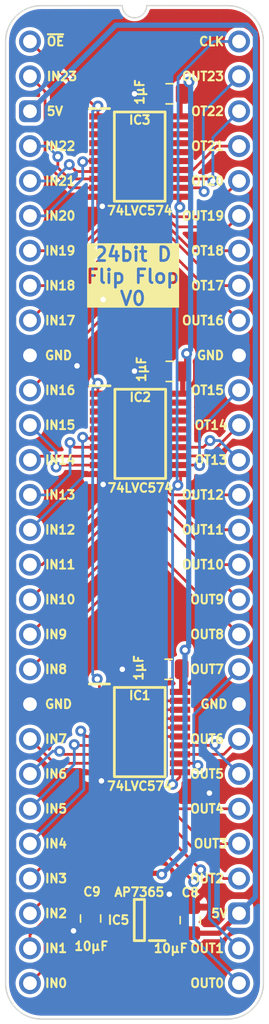
<source format=kicad_pcb>
(kicad_pcb (version 20221018) (generator pcbnew)
  (title_block (title "D Flip Flop") (date "2024-02-26") (rev "V0"))
  (layers (0 "F.Cu" signal) (31 "B.Cu" signal) (34 "B.Paste" user) (35 "F.Paste" user) (36 "B.SilkS" user "B.Silkscreen") (37 "F.SilkS" user "F.Silkscreen") (38 "B.Mask" user) (39 "F.Mask" user) (44 "Edge.Cuts" user))
  (net 0 "")
  (net 1 "/5V")
  (net 2 "/GND")
  (net 3 "/3.3V")
  (net 5 "/~{OE}")
  (net 6 "/C0")
  (net 7 "/C1")
  (net 8 "/C2")
  (net 9 "/C3")
  (net 10 "/C4")
  (net 11 "/C5")
  (net 12 "/C6")
  (net 13 "/C7")
  (net 14 "/CLK")
  (net 15 "/VA7")
  (net 16 "/VA6")
  (net 17 "/VA5")
  (net 18 "/VA4")
  (net 19 "/VA3")
  (net 20 "/VA2")
  (net 21 "/VA1")
  (net 22 "/VA0")
  (net 23 "/C8")
  (net 24 "/C9")
  (net 25 "/C10")
  (net 26 "/C11")
  (net 27 "/C12")
  (net 28 "/C13")
  (net 29 "/C14")
  (net 30 "/C15")
  (net 31 "/VA15")
  (net 32 "/VA14")
  (net 33 "/VA13")
  (net 34 "/VA12")
  (net 35 "/VA11")
  (net 36 "/VA10")
  (net 37 "/VA9")
  (net 38 "/VA8")
  (net 39 "/C16")
  (net 40 "/C17")
  (net 41 "/C18")
  (net 42 "/C19")
  (net 43 "/C20")
  (net 44 "/VA20")
  (net 45 "/VA19")
  (net 46 "/VA18")
  (net 47 "/VA17")
  (net 48 "/VA16")
  (net 49 "/C23")
  (net 50 "/C22")
  (net 51 "/C21")
  (net 52 "/VA21")
  (net 53 "/VA22")
  (net 54 "/VA23")
  (footprint "SamacSys_Parts:SOP65P640X110-20N" (layer "F.Cu") (at 96.901 108.712)
    (fp_text reference "IC1")
    (fp_text value "74LVC574APW,118" hide)
  )
  (footprint "SamacSys_Parts:C_0805" (layer "F.Cu") (at 99.096 62.23 90)
    (fp_text reference "C3" hide)
    (fp_text value "1μF")
  )
  (footprint "SamacSys_Parts:C_0805" (layer "F.Cu") (at 99.1048 82.4444 90)
    (fp_text reference "C2" hide)
    (fp_text value "1μF")
  )
  (footprint "SamacSys_Parts:SOP65P640X110-20N" (layer "F.Cu") (at 96.94 86.995)
    (fp_text reference "IC2")
    (fp_text value "74LVC574APW,118" hide)
  )
  (footprint "SamacSys_Parts:C_0805" (layer "F.Cu") (at 99.021 104.14 90)
    (fp_text reference "C1" hide)
    (fp_text value "1μF")
  )
  (footprint "SamacSys_Parts:C_0805" (layer "F.Cu") (at 93.3196 122.2756 180)
    (fp_text reference "C9")
    (fp_text value "10µF")
  )
  (footprint "SamacSys_Parts:C_0805" (layer "F.Cu") (at 100.584 122.428)
    (fp_text reference "C8")
    (fp_text value "10µF")
  )
  (footprint "SamacSys_Parts:SOP65P640X110-20N" (layer "F.Cu") (at 96.901 66.802)
    (fp_text reference "IC3")
    (fp_text value "74LVC574APW,118" hide)
  )
  (footprint "SamacSys_Parts:DIP-56_Board_W15.24mm" (layer "F.Cu") (at 88.9 58.42)
    (fp_text reference "J2" hide)
    (fp_text value "Conn_02x28_Counter_Clockwise" hide)
    (fp_line (start -1.778 68.58) (end -1.778 0) (stroke (width 0.1)) (layer "Edge.Cuts"))
    (fp_line (start 6.731 -2.6162) (end 0.835732 -2.613732) (stroke (width 0.1)) (layer "Edge.Cuts"))
    (fp_line (start 14.404267 -2.613733) (end 8.509 -2.6162) (stroke (width 0.1)) (layer "Edge.Cuts"))
    (fp_line (start 14.404268 71.193732) (end 0.835733 71.193733) (stroke (width 0.1)) (layer "Edge.Cuts"))
    (fp_line (start 17.018 68.58) (end 17.017999 -0.000001) (stroke (width 0.1)) (layer "Edge.Cuts"))
    (fp_arc (start -1.778 0) (mid -1.012456 -1.848188) (end 0.835732 -2.613732) (stroke (width 0.1)) (layer "Edge.Cuts"))
    (fp_arc (start 0.835733 71.193733) (mid -1.012457 70.42819) (end -1.778 68.58) (stroke (width 0.1)) (layer "Edge.Cuts"))
    (fp_arc (start 8.509 -2.6162) (mid 7.62 -1.7272) (end 6.731 -2.6162) (stroke (width 0.1)) (layer "Edge.Cuts"))
    (fp_arc (start 14.404267 -2.613733) (mid 16.252448 -1.848183) (end 17.017999 -0.000001) (stroke (width 0.1)) (layer "Edge.Cuts"))
    (fp_arc (start 17.018 68.58) (mid 16.252456 70.428187) (end 14.404268 71.193732) (stroke (width 0.1)) (layer "Edge.Cuts"))
  )
  (footprint "SamacSys_Parts:SOT95P285X130-5N" (layer "F.Cu") (at 96.8756 122.4026 180)
    (fp_text reference "IC5")
    (fp_text value "AP7365-33WG-7" hide)
  )
  (gr_text "GND" (at 89.916 106.68) (layer "F.SilkS") (effects (font (size 0.635 0.635)) (justify left)))
  (gr_text "IN15" (at 89.916 86.36) (layer "F.SilkS") (effects (font (size 0.635 0.635)) (justify left)))
  (gr_text "GND" (at 103.124 81.28) (layer "F.SilkS") (effects (font (size 0.635 0.635)) (justify right)))
  (gr_text "OT22" (at 103.124 63.5) (layer "F.SilkS") (effects (font (size 0.635 0.635)) (justify right)))
  (gr_text "OUT11" (at 103.124 93.98) (layer "F.SilkS") (effects (font (size 0.635 0.635)) (justify right)))
  (gr_text "5V" (at 90.043 63.5) (layer "F.SilkS") (effects (font (size 0.635 0.635)) (justify left)))
  (gr_text "OUT8" (at 103.124 101.6) (layer "F.SilkS") (effects (font (size 0.635 0.635)) (justify right)))
  (gr_text "IN18" (at 89.916 76.2) (layer "F.SilkS") (effects (font (size 0.635 0.635)) (justify left)))
  (gr_text "OT20" (at 103.124 68.58) (layer "F.SilkS") (effects (font (size 0.635 0.635)) (justify right)))
  (gr_text "OUT10" (at 103.124 96.52) (layer "F.SilkS") (effects (font (size 0.635 0.635)) (justify right)))
  (gr_text "OUT23" (at 103.124 60.96) (layer "F.SilkS") (effects (font (size 0.635 0.635)) (justify right)))
  (gr_text "OUT3" (at 103.378 116.84) (layer "F.SilkS") (effects (font (size 0.635 0.635)) (justify right)))
  (gr_text "IN4" (at 89.916 116.84) (layer "F.SilkS") (effects (font (size 0.635 0.635)) (justify left)))
  (gr_text "OUT5" (at 103.124 111.76) (layer "F.SilkS") (effects (font (size 0.635 0.635)) (justify right)))
  (gr_text "OUT9" (at 103.124 99.06) (layer "F.SilkS") (effects (font (size 0.635 0.635)) (justify right)))
  (gr_text "IN6" (at 89.916 111.76) (layer "F.SilkS") (effects (font (size 0.635 0.635)) (justify left)))
  (gr_text "IN13" (at 89.916 91.44) (layer "F.SilkS") (effects (font (size 0.635 0.635)) (justify left)))
  (gr_text "OT14" (at 103.378 86.36) (layer "F.SilkS") (effects (font (size 0.635 0.635)) (justify right)))
  (gr_text "IN10" (at 89.916 99.06) (layer "F.SilkS") (effects (font (size 0.635 0.635)) (justify left)))
  (gr_text "CLK" (at 103.124 58.42) (layer "F.SilkS") (effects (font (size 0.635 0.635)) (justify right)))
  (gr_text "OT21" (at 103.124 66.04) (layer "F.SilkS") (effects (font (size 0.635 0.635)) (justify right)))
  (gr_text "IN23" (at 90.043 60.96) (layer "F.SilkS") (effects (font (size 0.635 0.635)) (justify left)))
  (gr_text "IN11" (at 89.916 96.52) (layer "F.SilkS") (effects (font (size 0.635 0.635)) (justify left)))
  (gr_text "OT17" (at 103.124 76.2) (layer "F.SilkS") (effects (font (size 0.635 0.635)) (justify right)))
  (gr_text "OUT4" (at 103.124 114.3) (layer "F.SilkS") (effects (font (size 0.635 0.635)) (justify right)))
  (gr_text "OUT16" (at 103.124 78.74) (layer "F.SilkS") (effects (font (size 0.635 0.635)) (justify right)))
  (gr_text "OUT2" (at 103.124 119.38) (layer "F.SilkS") (effects (font (size 0.635 0.635)) (justify right)))
  (gr_text "IN5" (at 89.916 114.3) (layer "F.SilkS") (effects (font (size 0.635 0.635)) (justify left)))
  (gr_text "OT15" (at 103.124 83.82) (layer "F.SilkS") (effects (font (size 0.635 0.635)) (justify right)))
  (gr_text "IN19" (at 89.916 73.66) (layer "F.SilkS") (effects (font (size 0.635 0.635)) (justify left)))
  (gr_text "OUT1" (at 103.124 124.46) (layer "F.SilkS") (effects (font (size 0.635 0.635)) (justify right)))
  (gr_text "IN7" (at 89.916 109.22) (layer "F.SilkS") (effects (font (size 0.635 0.635)) (justify left)))
  (gr_text "IN1" (at 89.916 124.46) (layer "F.SilkS") (effects (font (size 0.635 0.635)) (justify left)))
  (gr_text "IN8" (at 89.916 104.14) (layer "F.SilkS") (effects (font (size 0.635 0.635)) (justify left)))
  (gr_text "IN17" (at 89.916 78.74) (layer "F.SilkS") (effects (font (size 0.635 0.635)) (justify left)))
  (gr_text "OT13" (at 103.378 88.9) (layer "F.SilkS") (effects (font (size 0.635 0.635)) (justify right)))
  (gr_text "OUT12" (at 103.124 91.44) (layer "F.SilkS") (effects (font (size 0.635 0.635)) (justify right)))
  (gr_text "5V" (at 103.378 121.92) (layer "F.SilkS") (effects (font (size 0.635 0.635)) (justify right)))
  (gr_text "IN14" (at 89.916 88.9) (layer "F.SilkS") (effects (font (size 0.635 0.635)) (justify left)))
  (gr_text "OT18" (at 103.124 73.66) (layer "F.SilkS") (effects (font (size 0.635 0.635)) (justify right)))
  (gr_text "IN20" (at 89.916 71.12) (layer "F.SilkS") (effects (font (size 0.635 0.635)) (justify left)))
  (gr_text "IN21" (at 89.916 68.58) (layer "F.SilkS") (effects (font (size 0.635 0.635)) (justify left)))
  (gr_text "OUT19" (at 103.124 71.12) (layer "F.SilkS") (effects (font (size 0.635 0.635)) (justify right)))
  (gr_text "GND" (at 89.916 81.28) (layer "F.SilkS") (effects (font (size 0.635 0.635)) (justify left)))
  (gr_text "IN12" (at 89.916 93.98) (layer "F.SilkS") (effects (font (size 0.635 0.635)) (justify left)))
  (gr_text "IN0" (at 89.916 127) (layer "F.SilkS") (effects (font (size 0.635 0.635)) (justify left)))
  (gr_text "IN2" (at 89.916 121.92) (layer "F.SilkS") (effects (font (size 0.635 0.635)) (justify left)))
  (gr_text "24bit D\nFlip Flop\nV0" (at 96.393 77.724) (layer "F.SilkS" knockout) (effects (font (size 1 1) (thickness 0.2) bold) (justify bottom)))
  (gr_text "IN3" (at 89.916 119.38) (layer "F.SilkS") (effects (font (size 0.635 0.635)) (justify left)))
  (gr_text "IN16" (at 89.916 83.82) (layer "F.SilkS") (effects (font (size 0.635 0.635)) (justify left)))
  (gr_text "IN9" (at 89.916 101.6) (layer "F.SilkS") (effects (font (size 0.635 0.635)) (justify left)))
  (gr_text "~{OE}" (at 90.043 58.42) (layer "F.SilkS") (effects (font (size 0.635 0.635)) (justify left)))
  (gr_text "OUT7" (at 103.124 104.14) (layer "F.SilkS") (effects (font (size 0.635 0.635)) (justify right)))
  (gr_text "IN22" (at 89.916 66.04) (layer "F.SilkS") (effects (font (size 0.635 0.635)) (justify left)))
  (gr_text "GND" (at 103.378 106.68) (layer "F.SilkS") (effects (font (size 0.635 0.635)) (justify right)))
  (gr_text "OUT6" (at 103.124 109.22) (layer "F.SilkS") (effects (font (size 0.635 0.635)) (justify right)))
  (gr_text "OUT0" (at 103.124 127) (layer "F.SilkS") (effects (font (size 0.635 0.635)) (justify right)))
  (segment (start 99.1406 121.4626) (end 99.1406 122.555) (width 0.38) (layer "F.Cu") (net 1))
  (segment (start 99.1306 123.3526) (end 98.1756 123.3526) (width 0.38) (layer "F.Cu") (net 1))
  (segment (start 99.1406 123.3426) (end 99.1306 123.3526) (width 0.38) (layer "F.Cu") (net 1))
  (segment (start 100.584 123.362) (end 102.698 123.362) (width 0.38) (layer "F.Cu") (net 1))
  (segment (start 99.1406 122.555) (end 99.777 122.555) (width 0.38) (layer "F.Cu") (net 1))
  (segment (start 98.1756 121.4526) (end 99.1306 121.4526) (width 0.38) (layer "F.Cu") (net 1))
  (segment (start 99.1306 121.4526) (end 99.1406 121.4626) (width 0.38) (layer "F.Cu") (net 1))
  (segment (start 102.698 123.362) (end 104.14 121.92) (width 0.38) (layer "F.Cu") (net 1))
  (segment (start 99.777 122.555) (end 100.584 123.362) (width 0.38) (layer "F.Cu") (net 1))
  (segment (start 99.1406 122.555) (end 99.1406 123.3426) (width 0.38) (layer "F.Cu") (net 1))
  (segment (start 104.728 57.23) (end 95.17 57.23) (width 0.38) (layer "B.Cu") (net 1))
  (segment (start 105.33 57.832) (end 104.728 57.23) (width 0.38) (layer "B.Cu") (net 1))
  (segment (start 105.33 120.73) (end 105.33 57.832) (width 0.38) (layer "B.Cu") (net 1))
  (segment (start 104.14 121.92) (end 105.33 120.73) (width 0.38) (layer "B.Cu") (net 1))
  (segment (start 95.17 57.23) (end 88.9 63.5) (width 0.38) (layer "B.Cu") (net 1))
  (segment (start 97.236 122.4026) (end 97.2106 122.428) (width 0.38) (layer "F.Cu") (net 2))
  (segment (start 98.055 104.14) (end 95.631 104.14) (width 0.38) (layer "F.Cu") (net 2))
  (segment (start 99.8846 120.7626) (end 99.2996 120.7626) (width 0.38) (layer "F.Cu") (net 2))
  (segment (start 98.1388 81.1852) (end 98.1388 82.4444) (width 0.38) (layer "F.Cu") (net 2))
  (segment (start 94.157 124.079) (end 93.3196 123.2416) (width 0.38) (layer "F.Cu") (net 2))
  (segment (start 92.329 82.042) (end 96.139 82.042) (width 0.38) (layer "F.Cu") (net 2))
  (segment (start 90.17 81.28) (end 94.234 77.216) (width 0.38) (layer "F.Cu") (net 2))
  (segment (start 91.821 103.759) (end 95.25 103.759) (width 0.38) (layer "F.Cu") (net 2))
  (segment (start 99.06 80.264) (end 98.1388 81.1852) (width 0.38) (layer "F.Cu") (net 2))
  (segment (start 105.33 107.87) (end 104.14 106.68) (width 0.38) (layer "F.Cu") (net 2))
  (segment (start 93.963 111.637) (end 93.963 112.123998) (width 0.38) (layer "F.Cu") (net 2))
  (segment (start 98.13 61.509) (end 99.314 60.325) (width 0.38) (layer "F.Cu") (net 2))
  (segment (start 104.632915 112.95) (end 105.33 113.647085) (width 0.38) (layer "F.Cu") (net 2))
  (segment (start 102.489 102.489) (end 101.854 101.854) (width 0.38) (layer "F.Cu") (net 2))
  (segment (start 98.1388 82.4444) (end 96.5414 82.4444) (width 0.38) (layer "F.Cu") (net 2))
  (segment (start 98.8204 120.7626) (end 97.2106 120.7626) (width 0.38) (layer "F.Cu") (net 2))
  (segment (start 104.632915 62.31) (end 105.33 63.007085) (width 0.38) (layer "F.Cu") (net 2))
  (segment (start 94.002 89.92) (end 94.002 90.446) (width 0.38) (layer "F.Cu") (net 2))
  (segment (start 102.188 112.95) (end 104.632915 112.95) (width 0.38) (layer "F.Cu") (net 2))
  (segment (start 93.963 69.727) (end 93.963 70.214) (width 0.38) (layer "F.Cu") (net 2))
  (segment (start 105.33 119.872915) (end 105.33 114.427) (width 0.38) (layer "F.Cu") (net 2))
  (segment (start 97.2106 120.7626) (end 97.2106 122.428) (width 0.38) (layer "F.Cu") (net 2))
  (segment (start 101.854 101.854) (end 99.187 101.854) (width 0.38) (layer "F.Cu") (net 2))
  (segment (start 93.963 112.123998) (end 94.107002 112.268) (width 0.38) (layer "F.Cu") (net 2))
  (segment (start 102.489 105.029) (end 102.489 102.489) (width 0.38) (layer "F.Cu") (net 2))
  (segment (start 97.2106 122.428) (end 97.2106 123.3726) (width 0.38) (layer "F.Cu") (net 2))
  (segment (start 104.632915 120.57) (end 105.33 119.872915) (width 0.38) (layer "F.Cu") (net 2))
  (segment (start 100.584 121.462) (end 99.8846 120.7626) (width 0.38) (layer "F.Cu") (net 2))
  (segment (start 105.33 112.252915) (end 105.33 107.87) (width 0.38) (layer "F.Cu") (net 2))
  (segment (start 93.3196 123.2416) (end 92.1266 123.2416) (width 0.38) (layer "F.Cu") (net 2))
  (segment (start 104.14 81.28) (end 103.124 80.264) (width 0.38) (layer "F.Cu") (net 2))
  (segment (start 103.124 80.264) (end 99.06 80.264) (width 0.38) (layer "F.Cu") (net 2))
  (segment (start 98.055 102.986) (end 98.055 104.14) (width 0.38) (layer "F.Cu") (net 2))
  (segment (start 101.662085 60.325) (end 103.647085 62.31) (width 0.38) (layer "F.Cu") (net 2))
  (segment (start 96.5042 124.079) (end 94.157 124.079) (width 0.38) (layer "F.Cu") (net 2))
  (segment (start 105.33 63.007085) (end 105.33 80.09) (width 0.38) (layer "F.Cu") (net 2))
  (segment (start 88.9 81.28) (end 90.17 81.28) (width 0.38) (layer "F.Cu") (net 2))
  (segment (start 105.33 80.09) (end 104.14 81.28) (width 0.38) (layer "F.Cu") (net 2))
  (segment (start 101.981 113.157) (end 102.188 112.95) (width 0.38) (layer "F.Cu") (net 2))
  (segment (start 104.14 106.68) (end 102.489 105.029) (width 0.38) (layer "F.Cu") (net 2))
  (segment (start 100.584 121.462) (end 101.476 120.57) (width 0.38) (layer "F.Cu") (net 2))
  (segment (start 98.1756 122.4026) (end 97.236 122.4026) (width 0.38) (layer "F.Cu") (net 2))
  (segment (start 93.963 70.214) (end 94.1705 70.4215) (width 0.38) (layer "F.Cu") (net 2))
  (segment (start 99.187 101.854) (end 98.055 102.986) (width 0.38) (layer "F.Cu") (net 2))
  (segment (start 103.647085 62.31) (end 104.632915 62.31) (width 0.38) (layer "F.Cu") (net 2))
  (segment (start 97.2106 123.3726) (end 96.5042 124.079) (width 0.38) (layer "F.Cu") (net 2))
  (segment (start 99.2996 120.7626) (end 99.06 120.523) (width 0.38) (layer "F.Cu") (net 2))
  (segment (start 88.9 106.68) (end 91.821 103.759) (width 0.38) (layer "F.Cu") (net 2))
  (segment (start 96.5414 82.4444) (end 96.52 82.423) (width 0.38) (layer "F.Cu") (net 2))
  (segment (start 96.139 82.042) (end 96.52 82.423) (width 0.38) (layer "F.Cu") (net 2))
  (segment (start 92.1266 123.2416) (end 92.075 123.19) (width 0.38) (layer "F.Cu") (net 2))
  (segment (start 99.314 60.325) (end 101.662085 60.325) (width 0.38) (layer "F.Cu") (net 2))
  (segment (start 98.13 62.23) (end 98.13 61.509) (width 0.38) (layer "F.Cu") (net 2))
  (segment (start 99.06 120.523) (end 98.8204 120.7626) (width 0.38) (layer "F.Cu") (net 2))
  (segment (start 104.632915 112.95) (end 105.33 112.252915) (width 0.38) (layer "F.Cu") (net 2))
  (segment (start 98.13 62.23) (end 96.52 62.23) (width 0.38) (layer "F.Cu") (net 2))
  (segment (start 95.25 103.759) (end 95.631 104.14) (width 0.38) (layer "F.Cu") (net 2))
  (segment (start 101.476 120.57) (end 104.632915 120.57) (width 0.38) (layer "F.Cu") (net 2))
  (segment (start 94.002 90.446) (end 94.234 90.678) (width 0.38) (layer "F.Cu") (net 2))
  (segment (start 105.33 113.647085) (end 105.33 114.427) (width 0.38) (layer "F.Cu") (net 2))
  (via (at 96.52 82.423) (size 0.8) (drill 0.4) (layers "F.Cu" "B.Cu") (net 2))
  (via (at 99.06 120.523) (size 0.8) (drill 0.4) (layers "F.Cu" "B.Cu") (net 2))
  (via (at 95.631 104.14) (size 0.8) (drill 0.4) (layers "F.Cu" "B.Cu") (net 2))
  (via (at 94.234 90.678) (size 0.8) (drill 0.4) (layers "F.Cu" "B.Cu") (net 2))
  (via (at 94.1705 70.4215) (size 0.8) (drill 0.4) (layers "F.Cu" "B.Cu") (net 2))
  (via (at 96.52 62.23) (size 0.8) (drill 0.4) (layers "F.Cu" "B.Cu") (net 2))
  (via (at 94.234 77.216) (size 0.8) (drill 0.4) (layers "F.Cu" "B.Cu") (net 2))
  (via (at 92.329 82.042) (size 0.8) (drill 0.4) (layers "F.Cu" "B.Cu") (net 2))
  (via (at 92.075 123.19) (size 0.8) (drill 0.4) (layers "F.Cu" "B.Cu") (net 2))
  (via (at 101.981 113.157) (size 0.8) (drill 0.4) (layers "F.Cu" "B.Cu") (net 2))
  (via (at 94.107002 112.268) (size 0.8) (drill 0.4) (layers "F.Cu" "B.Cu") (net 2))
  (segment (start 94.107002 112.268) (end 94.107002 105.663998) (width 0.38) (layer "B.Cu") (net 2))
  (segment (start 88.407085 120.57) (end 87.71 119.872915) (width 0.38) (layer "B.Cu") (net 2))
  (segment (start 87.71 105.49) (end 88.9 106.68) (width 0.38) (layer "B.Cu") (net 2))
  (segment (start 94.234 84.709) (end 96.52 82.423) (width 0.38) (layer "B.Cu") (net 2))
  (segment (start 93.091 61.976) (end 90.217 64.85) (width 0.38) (layer "B.Cu") (net 2))
  (segment (start 87.71 82.47) (end 87.71 105.49) (width 0.38) (layer "B.Cu") (net 2))
  (segment (start 94.234 90.678) (end 94.234 84.709) (width 0.38) (layer "B.Cu") (net 2))
  (segment (start 101.929749 113.105749) (end 101.981 113.157) (width 0.38) (layer "B.Cu") (net 2))
  (segment (start 88.9 81.28) (end 87.71 82.47) (width 0.38) (layer "B.Cu") (net 2))
  (segment (start 90.217 64.85) (end 88.371 64.85) (width 0.38) (layer "B.Cu") (net 2))
  (segment (start 87.71 80.09) (end 88.9 81.28) (width 0.38) (layer "B.Cu") (net 2))
  (segment (start 101.981 113.157) (end 101.929749 113.208251) (width 0.38) (layer "B.Cu") (net 2))
  (segment (start 89.455 120.57) (end 88.407085 120.57) (width 0.38) (layer "B.Cu") (net 2))
  (segment (start 88.371 64.85) (end 87.71 65.511) (width 0.38) (layer "B.Cu") (net 2))
  (segment (start 87.71 119.872915) (end 87.71 107.87) (width 0.38) (layer "B.Cu") (net 2))
  (segment (start 99.06 119.8245) (end 99.06 120.523) (width 0.38) (layer "B.Cu") (net 2))
  (segment (start 96.266 61.976) (end 93.091 61.976) (width 0.38) (layer "B.Cu") (net 2))
  (segment (start 101.6 110.490001) (end 101.929749 110.81975) (width 0.38) (layer "B.Cu") (net 2))
  (segment (start 87.71 107.87) (end 88.9 106.68) (width 0.38) (layer "B.Cu") (net 2))
  (segment (start 91.567 81.28) (end 92.329 82.042) (width 0.38) (layer "B.Cu") (net 2))
  (segment (start 101.929749 113.208251) (end 101.929749 116.954751) (width 0.38) (layer "B.Cu") (net 2))
  (segment (start 93.091 106.68) (end 88.9 106.68) (width 0.38) (layer "B.Cu") (net 2))
  (segment (start 94.107002 105.663998) (end 93.091 106.68) (width 0.38) (layer "B.Cu") (net 2))
  (segment (start 94.1705 64.5795) (end 94.1705 70.4215) (width 0.38) (layer "B.Cu") (net 2))
  (segment (start 96.52 62.23) (end 94.1705 64.5795) (width 0.38) (layer "B.Cu") (net 2))
  (segment (start 92.075 123.19) (end 89.455 120.57) (width 0.38) (layer "B.Cu") (net 2))
  (segment (start 101.929749 110.81975) (end 101.929749 113.105749) (width 0.38) (layer "B.Cu") (net 2))
  (segment (start 96.52 62.23) (end 96.266 61.976) (width 0.38) (layer "B.Cu") (net 2))
  (segment (start 87.71 65.511) (end 87.71 80.09) (width 0.38) (layer "B.Cu") (net 2))
  (segment (start 94.1705 70.4215) (end 94.234 70.485) (width 0.38) (layer "B.Cu") (net 2))
  (segment (start 94.107002 105.663998) (end 95.631 104.14) (width 0.38) (layer "B.Cu") (net 2))
  (segment (start 94.234 70.485) (end 94.234 77.216) (width 0.38) (layer "B.Cu") (net 2))
  (segment (start 104.14 106.68) (end 101.6 109.22) (width 0.38) (layer "B.Cu") (net 2))
  (segment (start 101.6 109.22) (end 101.6 110.490001) (width 0.38) (layer "B.Cu") (net 2))
  (segment (start 88.9 81.28) (end 91.567 81.28) (width 0.38) (layer "B.Cu") (net 2))
  (segment (start 101.929749 116.954751) (end 99.06 119.8245) (width 0.38) (layer "B.Cu") (net 2))
  (segment (start 99.955 105.671) (end 99.839 105.787) (width 0.38) (layer "F.Cu") (net 3))
  (segment (start 99.839 63.877) (end 99.839 62.421) (width 0.38) (layer "F.Cu") (net 3))
  (segment (start 100.03 62.23) (end 100.491518 61.768482) (width 0.38) (layer "F.Cu") (net 3))
  (segment (start 95.758 118.999) (end 98.425 118.999) (width 0.38) (layer "F.Cu") (net 3))
  (segment (start 98.425 118.999) (end 98.501385 119.075385) (width 0.38) (layer "F.Cu") (net 3))
  (segment (start 93.5646 121.3416) (end 95.5756 123.3526) (width 0.38) (layer "F.Cu") (net 3))
  (segment (start 100.491518 61.768482) (end 100.491518 61.375518) (width 0.38) (layer "F.Cu") (net 3))
  (segment (start 100.203 102.743) (end 100.203 103.892) (width 0.38) (layer "F.Cu") (net 3))
  (segment (start 100.322006 82.161194) (end 100.322006 81.153) (width 0.38) (layer "F.Cu") (net 3))
  (segment (start 99.878 84.07) (end 100.0388 83.9092) (width 0.38) (layer "F.Cu") (net 3))
  (segment (start 93.4154 121.3416) (end 95.758 118.999) (width 0.38) (layer "F.Cu") (net 3))
  (segment (start 99.955 104.14) (end 99.955 105.671) (width 0.38) (layer "F.Cu") (net 3))
  (segment (start 100.0388 83.9092) (end 100.0388 82.4444) (width 0.38) (layer "F.Cu") (net 3))
  (via (at 100.203 102.743) (size 0.8) (drill 0.4) (layers "F.Cu" "B.Cu") (net 3))
  (via (at 100.322006 81.153) (size 0.8) (drill 0.4) (layers "F.Cu" "B.Cu") (net 3))
  (via (at 98.501385 119.075385) (size 0.8) (drill 0.4) (layers "F.Cu" "B.Cu") (net 3))
  (via (at 100.491518 61.375518) (size 0.8) (drill 0.4) (layers "F.Cu" "B.Cu") (net 3))
  (segment (start 100.612 80.863006) (end 100.322006 81.153) (width 0.38) (layer "B.Cu") (net 3))
  (segment (start 100.203 117.37377) (end 98.501385 119.075385) (width 0.38) (layer "B.Cu") (net 3))
  (segment (start 100.203 102.743) (end 100.47001 102.47599) (width 0.38) (layer "B.Cu") (net 3))
  (segment (start 100.203 102.743) (end 100.203 117.37377) (width 0.38) (layer "B.Cu") (net 3))
  (segment (start 100.47001 81.301004) (end 100.322006 81.153) (width 0.38) (layer "B.Cu") (net 3))
  (segment (start 100.47001 102.47599) (end 100.47001 81.301004) (width 0.38) (layer "B.Cu") (net 3))
  (segment (start 100.612 61.496) (end 100.612 80.863006) (width 0.38) (layer "B.Cu") (net 3))
  (segment (start 100.491518 61.375518) (end 100.612 61.496) (width 0.38) (layer "B.Cu") (net 3))
  (segment (start 93.853 63.119) (end 93.853 63.767) (width 0.2) (layer "F.Cu") (net 5))
  (segment (start 93.963 105.787) (end 93.963 105.012) (width 0.2) (layer "F.Cu") (net 5))
  (segment (start 93.853 83.312) (end 93.853 83.921) (width 0.2) (layer "F.Cu") (net 5))
  (segment (start 93.853 63.119) (end 93.599 63.119) (width 0.2) (layer "F.Cu") (net 5))
  (segment (start 93.963 105.012) (end 93.802385 104.851385) (width 0.2) (layer "F.Cu") (net 5))
  (segment (start 93.853 83.921) (end 94.002 84.07) (width 0.2) (layer "F.Cu") (net 5))
  (segment (start 93.599 63.119) (end 88.9 58.42) (width 0.2) (layer "F.Cu") (net 5))
  (via (at 93.853 63.119) (size 0.8) (drill 0.4) (layers "F.Cu" "B.Cu") (net 5))
  (via (at 93.802385 104.851385) (size 0.8) (drill 0.4) (layers "F.Cu" "B.Cu") (net 5))
  (via (at 93.853 83.312) (size 0.8) (drill 0.4) (layers "F.Cu" "B.Cu") (net 5))
  (segment (start 93.853 83.312) (end 93.472 83.693) (width 0.2) (layer "B.Cu") (net 5))
  (segment (start 93.853 83.312) (end 93.4705 82.9295) (width 0.2) (layer "B.Cu") (net 5))
  (segment (start 93.472 83.693) (end 93.472 104.521) (width 0.2) (layer "B.Cu") (net 5))
  (segment (start 93.4705 82.9295) (end 93.4705 63.5015) (width 0.2) (layer "B.Cu") (net 5))
  (segment (start 93.472 104.521) (end 93.802385 104.851385) (width 0.2) (layer "B.Cu") (net 5))
  (segment (start 93.4705 63.5015) (end 93.853 63.119) (width 0.2) (layer "B.Cu") (net 5))
  (segment (start 94.9005 106.437) (end 96.266 107.8025) (width 0.2) (layer "F.Cu") (net 6))
  (segment (start 96.266 116.84) (end 90 123.106) (width 0.2) (layer "F.Cu") (net 6))
  (segment (start 90 125.9) (end 88.9 127) (width 0.2) (layer "F.Cu") (net 6))
  (segment (start 96.266 107.8025) (end 96.266 116.84) (width 0.2) (layer "F.Cu") (net 6))
  (segment (start 90 123.106) (end 90 125.9) (width 0.2) (layer "F.Cu") (net 6))
  (segment (start 93.963 106.437) (end 94.9005 106.437) (width 0.2) (layer "F.Cu") (net 6))
  (segment (start 88.9 124.46) (end 88.9 123.475635) (width 0.2) (layer "F.Cu") (net 7))
  (segment (start 88.9 123.475635) (end 95.866 116.509635) (width 0.2) (layer "F.Cu") (net 7))
  (segment (start 95.866 108.136814) (end 95.0005 107.271314) (width 0.2) (layer "F.Cu") (net 7))
  (segment (start 95.0005 107.271314) (end 95.0005 107.187) (width 0.2) (layer "F.Cu") (net 7))
  (segment (start 94.9005 107.087) (end 93.963 107.087) (width 0.2) (layer "F.Cu") (net 7))
  (segment (start 95.866 116.509635) (end 95.866 108.136814) (width 0.2) (layer "F.Cu") (net 7))
  (segment (start 95.0005 107.187) (end 94.9005 107.087) (width 0.2) (layer "F.Cu") (net 7))
  (segment (start 95.466 108.3025) (end 95.466 115.354) (width 0.2) (layer "F.Cu") (net 8))
  (segment (start 93.963 107.737) (end 94.9005 107.737) (width 0.2) (layer "F.Cu") (net 8))
  (segment (start 94.9005 107.737) (end 95.466 108.3025) (width 0.2) (layer "F.Cu") (net 8))
  (segment (start 95.466 115.354) (end 88.9 121.92) (width 0.2) (layer "F.Cu") (net 8))
  (segment (start 94.9005 108.387) (end 95.0005 108.487) (width 0.2) (layer "F.Cu") (net 9))
  (segment (start 93.963 108.387) (end 94.9005 108.387) (width 0.2) (layer "F.Cu") (net 9))
  (segment (start 95.0005 108.487) (end 95.0005 113.2795) (width 0.2) (layer "F.Cu") (net 9))
  (segment (start 95.0005 113.2795) (end 88.9 119.38) (width 0.2) (layer "F.Cu") (net 9))
  (segment (start 93.001249 109.037) (end 92.603722 108.639473) (width 0.2) (layer "F.Cu") (net 10))
  (segment (start 93.963 109.037) (end 93.001249 109.037) (width 0.2) (layer "F.Cu") (net 10))
  (via (at 92.603722 108.639473) (size 0.8) (drill 0.4) (layers "F.Cu" "B.Cu") (net 10))
  (segment (start 88.9 116.84) (end 92.829 112.911) (width 0.2) (layer "B.Cu") (net 10))
  (segment (start 92.829 112.911) (end 92.829 108.864751) (width 0.2) (layer "B.Cu") (net 10))
  (segment (start 92.829 108.864751) (end 92.603722 108.639473) (width 0.2) (layer "B.Cu") (net 10))
  (segment (start 93.963 109.687) (end 92.189784 109.687) (width 0.2) (layer "F.Cu") (net 11))
  (segment (start 92.189784 109.687) (end 92.129008 109.626224) (width 0.2) (layer "F.Cu") (net 11))
  (via (at 92.129008 109.626224) (size 0.8) (drill 0.4) (layers "F.Cu" "B.Cu") (net 11))
  (segment (start 92.129008 111.070992) (end 92.129008 109.626224) (width 0.2) (layer "B.Cu") (net 11))
  (segment (start 88.9 114.3) (end 92.129008 111.070992) (width 0.2) (layer "B.Cu") (net 11))
  (segment (start 91.287 110.337) (end 91.059 110.109) (width 0.2) (layer "F.Cu") (net 12))
  (segment (start 93.963 110.337) (end 91.287 110.337) (width 0.2) (layer "F.Cu") (net 12))
  (via (at 91.059 110.109) (size 0.8) (drill 0.4) (layers "F.Cu" "B.Cu") (net 12))
  (segment (start 88.9 111.76) (end 90.551 110.109) (width 0.2) (layer "B.Cu") (net 12))
  (segment (start 90.551 110.109) (end 91.059 110.109) (width 0.2) (layer "B.Cu") (net 12))
  (segment (start 93.963 110.987) (end 90.667 110.987) (width 0.2) (layer "F.Cu") (net 13))
  (segment (start 90.667 110.987) (end 88.9 109.22) (width 0.2) (layer "F.Cu") (net 13))
  (segment (start 99.839 70.468) (end 99.822 70.485) (width 0.2) (layer "F.Cu") (net 14))
  (segment (start 99.878 89.92) (end 99.878 90.54201) (width 0.2) (layer "F.Cu") (net 14))
  (segment (start 99.839 111.637) (end 99.839 111.976873) (width 0.2) (layer "F.Cu") (net 14))
  (segment (start 99.878 90.54201) (end 99.68001 90.74) (width 0.2) (layer "F.Cu") (net 14))
  (segment (start 99.839 111.976873) (end 99.296748 112.519125) (width 0.2) (layer "F.Cu") (net 14))
  (segment (start 99.839 69.727) (end 99.839 70.468) (width 0.2) (layer "F.Cu") (net 14))
  (via (at 99.296748 112.519125) (size 0.8) (drill 0.4) (layers "F.Cu" "B.Cu") (net 14))
  (via (at 99.68001 90.74) (size 0.8) (drill 0.4) (layers "F.Cu" "B.Cu") (net 14))
  (via (at 99.822 70.485) (size 0.8) (drill 0.4) (layers "F.Cu" "B.Cu") (net 14))
  (segment (start 99.296748 91.123262) (end 99.68001 90.74) (width 0.2) (layer "B.Cu") (net 14))
  (segment (start 99.822 70.485) (end 99.622006 70.684994) (width 0.2) (layer "B.Cu") (net 14))
  (segment (start 102.282543 58.42) (end 99.694992 61.007551) (width 0.2) (layer "B.Cu") (net 14))
  (segment (start 99.694992 70.357992) (end 99.822 70.485) (width 0.2) (layer "B.Cu") (net 14))
  (segment (start 99.694992 61.007551) (end 99.694992 70.357992) (width 0.2) (layer "B.Cu") (net 14))
  (segment (start 99.622006 70.684994) (end 99.622006 90.681996) (width 0.2) (layer "B.Cu") (net 14))
  (segment (start 99.622006 90.681996) (end 99.68001 90.74) (width 0.2) (layer "B.Cu") (net 14))
  (segment (start 99.296748 112.519125) (end 99.296748 91.123262) (width 0.2) (layer "B.Cu") (net 14))
  (segment (start 104.14 58.42) (end 102.282543 58.42) (width 0.2) (layer "B.Cu") (net 14))
  (segment (start 100.97977 110.987) (end 101.139749 111.146979) (width 0.2) (layer "F.Cu") (net 15))
  (segment (start 99.839 110.987) (end 100.97977 110.987) (width 0.2) (layer "F.Cu") (net 15))
  (via (at 101.139749 111.146979) (size 0.8) (drill 0.4) (layers "F.Cu" "B.Cu") (net 15))
  (segment (start 100.838 107.442) (end 100.838 110.84523) (width 0.2) (layer "B.Cu") (net 15))
  (segment (start 104.14 104.14) (end 100.838 107.442) (width 0.2) (layer "B.Cu") (net 15))
  (segment (start 100.838 110.84523) (end 101.139749 111.146979) (width 0.2) (layer "B.Cu") (net 15))
  (segment (start 103.023 110.337) (end 104.14 109.22) (width 0.2) (layer "F.Cu") (net 16))
  (segment (start 99.839 110.337) (end 103.023 110.337) (width 0.2) (layer "F.Cu") (net 16))
  (segment (start 102.34 109.687) (end 102.39 109.637) (width 0.2) (layer "F.Cu") (net 17))
  (segment (start 99.839 109.687) (end 102.34 109.687) (width 0.2) (layer "F.Cu") (net 17))
  (via (at 102.39 109.637) (size 0.8) (drill 0.4) (layers "F.Cu" "B.Cu") (net 17))
  (segment (start 102.39 110.01) (end 102.39 109.637) (width 0.2) (layer "B.Cu") (net 17))
  (segment (start 104.14 111.76) (end 102.39 110.01) (width 0.2) (layer "B.Cu") (net 17))
  (segment (start 98.9015 109.037) (end 98.552 109.3865) (width 0.2) (layer "F.Cu") (net 18))
  (segment (start 99.839 109.037) (end 98.9015 109.037) (width 0.2) (layer "F.Cu") (net 18))
  (segment (start 98.552 113.157) (end 99.695 114.3) (width 0.2) (layer "F.Cu") (net 18))
  (segment (start 99.695 114.3) (end 104.14 114.3) (width 0.2) (layer "F.Cu") (net 18))
  (segment (start 98.552 109.3865) (end 98.552 113.157) (width 0.2) (layer "F.Cu") (net 18))
  (segment (start 101.669315 116.84) (end 104.14 116.84) (width 0.2) (layer "F.Cu") (net 19))
  (segment (start 98.152 113.322686) (end 101.669315 116.84) (width 0.2) (layer "F.Cu") (net 19))
  (segment (start 98.9015 108.387) (end 98.152 109.1365) (width 0.2) (layer "F.Cu") (net 19))
  (segment (start 99.839 108.387) (end 98.9015 108.387) (width 0.2) (layer "F.Cu") (net 19))
  (segment (start 98.152 109.1365) (end 98.152 113.322686) (width 0.2) (layer "F.Cu") (net 19))
  (segment (start 99.839 107.737) (end 98.9015 107.737) (width 0.2) (layer "F.Cu") (net 20))
  (segment (start 97.752 108.8865) (end 97.752 114.12337) (width 0.2) (layer "F.Cu") (net 20))
  (segment (start 98.9015 107.737) (end 97.752 108.8865) (width 0.2) (layer "F.Cu") (net 20))
  (segment (start 97.752 114.12337) (end 103.00863 119.38) (width 0.2) (layer "F.Cu") (net 20))
  (segment (start 103.00863 119.38) (end 104.14 119.38) (width 0.2) (layer "F.Cu") (net 20))
  (segment (start 98.9015 107.087) (end 99.839 107.087) (width 0.2) (layer "F.Cu") (net 21))
  (segment (start 97.301 114.7) (end 97.301 108.6875) (width 0.2) (layer "F.Cu") (net 21))
  (segment (start 97.301 108.6875) (end 98.9015 107.087) (width 0.2) (layer "F.Cu") (net 21))
  (segment (start 101.346 118.745) (end 97.301 114.7) (width 0.2) (layer "F.Cu") (net 21))
  (via (at 101.346 118.745) (size 0.8) (drill 0.4) (layers "F.Cu" "B.Cu") (net 21))
  (segment (start 101.981 119.38) (end 101.346 118.745) (width 0.2) (layer "B.Cu") (net 21))
  (segment (start 104.14 124.46) (end 101.981 122.301) (width 0.2) (layer "B.Cu") (net 21))
  (segment (start 101.981 122.301) (end 101.981 119.38) (width 0.2) (layer "B.Cu") (net 21))
  (segment (start 98.9015 106.437) (end 96.901 108.4375) (width 0.2) (layer "F.Cu") (net 22))
  (segment (start 96.901 115.697) (end 100.838 119.634) (width 0.2) (layer "F.Cu") (net 22))
  (segment (start 99.839 106.437) (end 98.9015 106.437) (width 0.2) (layer "F.Cu") (net 22))
  (segment (start 96.901 108.4375) (end 96.901 115.697) (width 0.2) (layer "F.Cu") (net 22))
  (via (at 100.838 119.634) (size 0.8) (drill 0.4) (layers "F.Cu" "B.Cu") (net 22))
  (segment (start 100.838 123.698) (end 104.14 127) (width 0.2) (layer "B.Cu") (net 22))
  (segment (start 100.838 119.634) (end 100.838 123.698) (width 0.2) (layer "B.Cu") (net 22))
  (segment (start 94.002 84.72) (end 94.9395 84.72) (width 0.2) (layer "F.Cu") (net 23))
  (segment (start 96.304 86.0845) (end 96.304 96.736) (width 0.2) (layer "F.Cu") (net 23))
  (segment (start 94.9395 84.72) (end 96.304 86.0845) (width 0.2) (layer "F.Cu") (net 23))
  (segment (start 96.304 96.736) (end 88.9 104.14) (width 0.2) (layer "F.Cu") (net 23))
  (segment (start 94.9395 85.37) (end 95.65 86.0805) (width 0.2) (layer "F.Cu") (net 24))
  (segment (start 95.904 94.596) (end 88.9 101.6) (width 0.2) (layer "F.Cu") (net 24))
  (segment (start 95.904 86.418815) (end 95.904 94.596) (width 0.2) (layer "F.Cu") (net 24))
  (segment (start 95.65 86.164814) (end 95.904 86.418815) (width 0.2) (layer "F.Cu") (net 24))
  (segment (start 95.65 86.0805) (end 95.65 86.164814) (width 0.2) (layer "F.Cu") (net 24))
  (segment (start 94.002 85.37) (end 94.9395 85.37) (width 0.2) (layer "F.Cu") (net 24))
  (segment (start 94.9395 86.02) (end 95.504 86.5845) (width 0.2) (layer "F.Cu") (net 25))
  (segment (start 94.002 86.02) (end 94.9395 86.02) (width 0.2) (layer "F.Cu") (net 25))
  (segment (start 95.504 92.456) (end 88.9 99.06) (width 0.2) (layer "F.Cu") (net 25))
  (segment (start 95.504 86.5845) (end 95.504 92.456) (width 0.2) (layer "F.Cu") (net 25))
  (segment (start 89.789 96.52) (end 88.9 96.52) (width 0.2) (layer "F.Cu") (net 26))
  (segment (start 94.9395 86.67) (end 95.0395 86.77) (width 0.2) (layer "F.Cu") (net 26))
  (segment (start 95.0395 91.2695) (end 89.789 96.52) (width 0.2) (layer "F.Cu") (net 26))
  (segment (start 94.002 86.67) (end 94.9395 86.67) (width 0.2) (layer "F.Cu") (net 26))
  (segment (start 95.0395 86.77) (end 95.0395 91.2695) (width 0.2) (layer "F.Cu") (net 26))
  (segment (start 92.820266 87.32) (end 92.742952 87.242686) (width 0.2) (layer "F.Cu") (net 27))
  (segment (start 94.002 87.32) (end 92.820266 87.32) (width 0.2) (layer "F.Cu") (net 27))
  (via (at 92.742952 87.242686) (size 0.8) (drill 0.4) (layers "F.Cu" "B.Cu") (net 27))
  (segment (start 88.9 93.98) (end 92.742952 90.137048) (width 0.2) (layer "B.Cu") (net 27))
  (segment (start 92.742952 90.137048) (end 92.742952 87.242686) (width 0.2) (layer "B.Cu") (net 27))
  (segment (start 94.002 87.97) (end 92.161 87.97) (width 0.2) (layer "F.Cu") (net 28))
  (segment (start 92.161 87.97) (end 91.821004 87.630004) (width 0.2) (layer "F.Cu") (net 28))
  (via (at 91.821004 87.630004) (size 0.8) (drill 0.4) (layers "F.Cu" "B.Cu") (net 28))
  (segment (start 90.297 91.44) (end 91.821004 89.915996) (width 0.2) (layer "B.Cu") (net 28))
  (segment (start 91.821004 89.915996) (end 91.821004 87.630004) (width 0.2) (layer "B.Cu") (net 28))
  (segment (start 88.9 91.44) (end 90.297 91.44) (width 0.2) (layer "B.Cu") (net 28))
  (segment (start 94.002 88.62) (end 89.18 88.62) (width 0.2) (layer "F.Cu") (net 29))
  (segment (start 90.943 89.27) (end 90.805 89.408) (width 0.2) (layer "F.Cu") (net 30))
  (segment (start 94.002 89.27) (end 90.943 89.27) (width 0.2) (layer "F.Cu") (net 30))
  (via (at 90.805 89.408) (size 0.8) (drill 0.4) (layers "F.Cu" "B.Cu") (net 30))
  (segment (start 90.805 88.265) (end 88.9 86.36) (width 0.2) (layer "B.Cu") (net 30))
  (segment (start 90.805 89.408) (end 90.805 88.265) (width 0.2) (layer "B.Cu") (net 30))
  (segment (start 101.224606 89.27) (end 101.26001 89.305404) (width 0.2) (layer "F.Cu") (net 31))
  (segment (start 99.878 89.27) (end 101.224606 89.27) (width 0.2) (layer "F.Cu") (net 31))
  (via (at 101.26001 89.305404) (size 0.8) (drill 0.4) (layers "F.Cu" "B.Cu") (net 31))
  (segment (start 101.26001 86.69999) (end 101.26001 89.305404) (width 0.2) (layer "B.Cu") (net 31))
  (segment (start 104.14 83.82) (end 101.26001 86.69999) (width 0.2) (layer "B.Cu") (net 31))
  (segment (start 99.892596 88.605404) (end 101.894596 88.605404) (width 0.2) (layer "F.Cu") (net 32))
  (segment (start 101.894596 88.605404) (end 104.14 86.36) (width 0.2) (layer "F.Cu") (net 32))
  (segment (start 101.54005 87.97) (end 102.026525 87.483525) (width 0.2) (layer "F.Cu") (net 33))
  (segment (start 99.878 87.97) (end 101.54005 87.97) (width 0.2) (layer "F.Cu") (net 33))
  (via (at 102.026525 87.483525) (size 0.8) (drill 0.4) (layers "F.Cu" "B.Cu") (net 33))
  (segment (start 102.723525 87.483525) (end 102.026525 87.483525) (width 0.2) (layer "B.Cu") (net 33))
  (segment (start 104.14 88.9) (end 102.723525 87.483525) (width 0.2) (layer "B.Cu") (net 33))
  (segment (start 99.878 87.32) (end 98.9405 87.32) (width 0.2) (layer "F.Cu") (net 34))
  (segment (start 99.187 91.44) (end 104.14 91.44) (width 0.2) (layer "F.Cu") (net 34))
  (segment (start 98.9405 87.32) (end 98.755 87.5055) (width 0.2) (layer "F.Cu") (net 34))
  (segment (start 98.755 87.5055) (end 98.755 91.008) (width 0.2) (layer "F.Cu") (net 34))
  (segment (start 98.755 91.008) (end 99.187 91.44) (width 0.2) (layer "F.Cu") (net 34))
  (segment (start 98.9405 86.67) (end 98.355 87.2555) (width 0.2) (layer "F.Cu") (net 35))
  (segment (start 101.161314 93.98) (end 104.14 93.98) (width 0.2) (layer "F.Cu") (net 35))
  (segment (start 98.355 91.173686) (end 101.161314 93.98) (width 0.2) (layer "F.Cu") (net 35))
  (segment (start 98.355 87.2555) (end 98.355 91.173686) (width 0.2) (layer "F.Cu") (net 35))
  (segment (start 99.878 86.67) (end 98.9405 86.67) (width 0.2) (layer "F.Cu") (net 35))
  (segment (start 98.9405 86.02) (end 97.955 87.0055) (width 0.2) (layer "F.Cu") (net 36))
  (segment (start 99.878 86.02) (end 98.9405 86.02) (width 0.2) (layer "F.Cu") (net 36))
  (segment (start 102.812314 96.52) (end 104.14 96.52) (width 0.2) (layer "F.Cu") (net 36))
  (segment (start 97.955 87.0055) (end 97.955 91.662686) (width 0.2) (layer "F.Cu") (net 36))
  (segment (start 97.955 91.662686) (end 102.812314 96.52) (width 0.2) (layer "F.Cu") (net 36))
  (segment (start 97.555 92.475) (end 104.14 99.06) (width 0.2) (layer "F.Cu") (net 37))
  (segment (start 99.878 85.37) (end 98.9405 85.37) (width 0.2) (layer "F.Cu") (net 37))
  (segment (start 98.9405 85.37) (end 97.555 86.7555) (width 0.2) (layer "F.Cu") (net 37))
  (segment (start 97.555 86.7555) (end 97.555 92.475) (width 0.2) (layer "F.Cu") (net 37))
  (segment (start 98.9405 84.72) (end 97.155 86.5055) (width 0.2) (layer "F.Cu") (net 38))
  (segment (start 99.878 84.72) (end 98.9405 84.72) (width 0.2) (layer "F.Cu") (net 38))
  (segment (start 97.155 86.5055) (end 97.155 94.615) (width 0.2) (layer "F.Cu") (net 38))
  (segment (start 97.155 94.615) (end 104.14 101.6) (width 0.2) (layer "F.Cu") (net 38))
  (segment (start 96.449998 76.270002) (end 88.9 83.82) (width 0.2) (layer "F.Cu") (net 39))
  (segment (start 96.449998 66.076498) (end 96.449998 76.270002) (width 0.2) (layer "F.Cu") (net 39))
  (segment (start 93.963 64.527) (end 94.9005 64.527) (width 0.2) (layer "F.Cu") (net 39))
  (segment (start 94.9005 64.527) (end 96.449998 66.076498) (width 0.2) (layer "F.Cu") (net 39))
  (segment (start 96.049999 71.590001) (end 88.9 78.74) (width 0.2) (layer "F.Cu") (net 40))
  (segment (start 93.963 65.177) (end 94.9005 65.177) (width 0.2) (layer "F.Cu") (net 40))
  (segment (start 94.9005 65.177) (end 96.049999 66.326499) (width 0.2) (layer "F.Cu") (net 40))
  (segment (start 96.049999 66.326499) (end 96.049999 71.590001) (width 0.2) (layer "F.Cu") (net 40))
  (segment (start 93.963 65.827) (end 94.9005 65.827) (width 0.2) (layer "F.Cu") (net 41))
  (segment (start 90.354686 76.2) (end 88.9 76.2) (width 0.2) (layer "F.Cu") (net 41))
  (segment (start 95.65 70.904686) (end 90.354686 76.2) (width 0.2) (layer "F.Cu") (net 41))
  (segment (start 95.65 66.5765) (end 95.65 70.904686) (width 0.2) (layer "F.Cu") (net 41))
  (segment (start 94.9005 65.827) (end 95.65 66.5765) (width 0.2) (layer "F.Cu") (net 41))
  (segment (start 95.25 70.739) (end 92.329 73.66) (width 0.2) (layer "F.Cu") (net 42))
  (segment (start 93.963 66.477) (end 94.9005 66.477) (width 0.2) (layer "F.Cu") (net 42))
  (segment (start 94.9005 66.477) (end 95.25 66.8265) (width 0.2) (layer "F.Cu") (net 42))
  (segment (start 92.329 73.66) (end 88.9 73.66) (width 0.2) (layer "F.Cu") (net 42))
  (segment (start 95.25 66.8265) (end 95.25 70.739) (width 0.2) (layer "F.Cu") (net 42))
  (segment (start 92.795424 67.127) (end 92.745419 67.177005) (width 0.2) (layer "F.Cu") (net 43))
  (segment (start 93.963 67.127) (end 92.795424 67.127) (width 0.2) (layer "F.Cu") (net 43))
  (via (at 92.745419 67.177005) (size 0.8) (drill 0.4) (layers "F.Cu" "B.Cu") (net 43))
  (segment (start 90.03137 71.12) (end 92.745419 68.405951) (width 0.2) (layer "B.Cu") (net 43))
  (segment (start 92.745419 68.405951) (end 92.745419 67.177005) (width 0.2) (layer "B.Cu") (net 43))
  (segment (start 88.9 71.12) (end 90.03137 71.12) (width 0.2) (layer "B.Cu") (net 43))
  (segment (start 98.628 70.420975) (end 99.392025 71.185) (width 0.2) (layer "F.Cu") (net 44))
  (segment (start 98.628 67.4005) (end 98.628 70.420975) (width 0.2) (layer "F.Cu") (net 44))
  (segment (start 99.392025 71.185) (end 101.535 71.185) (width 0.2) (layer "F.Cu") (net 44))
  (segment (start 98.9015 67.127) (end 98.628 67.4005) (width 0.2) (layer "F.Cu") (net 44))
  (segment (start 101.535 71.185) (end 104.14 68.58) (width 0.2) (layer "F.Cu") (net 44))
  (segment (start 99.839 67.127) (end 98.9015 67.127) (width 0.2) (layer "F.Cu") (net 44))
  (segment (start 103.340001 71.919999) (end 104.14 71.12) (width 0.2) (layer "F.Cu") (net 45))
  (segment (start 99.561339 71.919999) (end 103.340001 71.919999) (width 0.2) (layer "F.Cu") (net 45))
  (segment (start 98.9015 66.477) (end 98.228 67.1505) (width 0.2) (layer "F.Cu") (net 45))
  (segment (start 98.228 70.58666) (end 99.561339 71.919999) (width 0.2) (layer "F.Cu") (net 45))
  (segment (start 99.839 66.477) (end 98.9015 66.477) (width 0.2) (layer "F.Cu") (net 45))
  (segment (start 98.228 67.1505) (end 98.228 70.58666) (width 0.2) (layer "F.Cu") (net 45))
  (segment (start 99.839 65.827) (end 98.9015 65.827) (width 0.2) (layer "F.Cu") (net 46))
  (segment (start 100.735655 73.66) (end 104.14 73.66) (width 0.2) (layer "F.Cu") (net 46))
  (segment (start 97.828 66.9005) (end 97.828 70.752345) (width 0.2) (layer "F.Cu") (net 46))
  (segment (start 98.9015 65.827) (end 97.828 66.9005) (width 0.2) (layer "F.Cu") (net 46))
  (segment (start 97.828 70.752345) (end 100.735655 73.66) (width 0.2) (layer "F.Cu") (net 46))
  (segment (start 97.428 66.6505) (end 97.428 70.91803) (width 0.2) (layer "F.Cu") (net 47))
  (segment (start 99.839 65.177) (end 98.9015 65.177) (width 0.2) (layer "F.Cu") (net 47))
  (segment (start 102.70997 76.2) (end 104.14 76.2) (width 0.2) (layer "F.Cu") (net 47))
  (segment (start 98.9015 65.177) (end 97.428 66.6505) (width 0.2) (layer "F.Cu") (net 47))
  (segment (start 97.428 70.91803) (end 102.70997 76.2) (width 0.2) (layer "F.Cu") (net 47))
  (segment (start 97.028 66.30563) (end 97.028 71.628) (width 0.2) (layer "F.Cu") (net 48))
  (segment (start 99.839 64.527) (end 98.80663 64.527) (width 0.2) (layer "F.Cu") (net 48))
  (segment (start 97.028 71.628) (end 104.14 78.74) (width 0.2) (layer "F.Cu") (net 48))
  (segment (start 98.80663 64.527) (end 97.028 66.30563) (width 0.2) (layer "F.Cu") (net 48))
  (segment (start 90 62.06) (end 88.9 60.96) (width 0.2) (layer "F.Cu") (net 49))
  (segment (start 93.963 69.077) (end 91.836049 69.077) (width 0.2) (layer "F.Cu") (net 49))
  (segment (start 91.836049 69.077) (end 90 67.240951) (width 0.2) (layer "F.Cu") (net 49))
  (segment (start 90 67.240951) (end 90 62.06) (width 0.2) (layer "F.Cu") (net 49))
  (segment (start 93.963 68.427) (end 91.751734 68.427) (width 0.2) (layer "F.Cu") (net 50))
  (segment (start 91.751734 68.427) (end 90.932 67.607266) (width 0.2) (layer "F.Cu") (net 50))
  (segment (start 90.932 67.607266) (end 90.932 66.802) (width 0.2) (layer "F.Cu") (net 50))
  (via (at 90.932 66.802) (size 0.8) (drill 0.4) (layers "F.Cu" "B.Cu") (net 50))
  (segment (start 90.17 66.04) (end 90.932 66.802) (width 0.2) (layer "B.Cu") (net 50))
  (segment (start 88.9 66.04) (end 90.17 66.04) (width 0.2) (layer "B.Cu") (net 50))
  (segment (start 92.273266 67.888327) (end 91.766578 67.381639) (width 0.2) (layer "F.Cu") (net 51))
  (segment (start 93.851673 67.888327) (end 92.273266 67.888327) (width 0.2) (layer "F.Cu") (net 51))
  (via (at 91.766578 67.381639) (size 0.8) (drill 0.4) (layers "F.Cu" "B.Cu") (net 51))
  (segment (start 90.568217 68.58) (end 91.766578 67.381639) (width 0.2) (layer "B.Cu") (net 51))
  (segment (start 88.9 68.58) (end 90.568217 68.58) (width 0.2) (layer "B.Cu") (net 51))
  (segment (start 100.7765 67.777) (end 102.5135 66.04) (width 0.2) (layer "F.Cu") (net 52))
  (segment (start 99.839 67.777) (end 100.7765 67.777) (width 0.2) (layer "F.Cu") (net 52))
  (segment (start 102.5135 66.04) (end 104.14 66.04) (width 0.2) (layer "F.Cu") (net 52))
  (segment (start 99.839 68.427) (end 102.082 68.427) (width 0.2) (layer "F.Cu") (net 53))
  (segment (start 102.082 68.427) (end 102.235 68.58) (width 0.2) (layer "F.Cu") (net 53))
  (via (at 102.235 68.58) (size 0.8) (drill 0.4) (layers "F.Cu" "B.Cu") (net 53))
  (segment (start 104.14 63.5) (end 102.235 65.405) (width 0.2) (layer "B.Cu") (net 53))
  (segment (start 102.235 65.405) (end 102.235 68.58) (width 0.2) (layer "B.Cu") (net 53))
  (segment (start 99.839 69.077) (end 101.323591 69.077) (width 0.2) (layer "F.Cu") (net 54))
  (segment (start 101.323591 69.077) (end 101.594814 69.348223) (width 0.2) (layer "F.Cu") (net 54))
  (via (at 101.594814 69.348223) (size 0.8) (drill 0.4) (layers "F.Cu" "B.Cu") (net 54))
  (segment (start 101.535 69.288409) (end 101.594814 69.348223) (width 0.2) (layer "B.Cu") (net 54))
  (segment (start 104.14 60.96) (end 101.535 63.565) (width 0.2) (layer "B.Cu") (net 54))
  (segment (start 101.535 63.565) (end 101.535 69.288409) (width 0.2) (layer "B.Cu") (net 54))
  (zone (net 2) (net_name "/GND") (layers "F&B.Cu") (connect_pads yes (clearance 0.25)) (min_thickness 0.25) (fill yes (thermal_gap 0.5) (thermal_bridge_width 0.5) (island_removal_mode 2) (island_area_min 10))
    (polygon (pts (xy 102.743 55.3974) (xy 106.3244 55.3974) (xy 106.3244 129.9718) (xy 102.743 129.9718)))
  )
  (zone (net 2) (net_name "/GND") (layers "F&B.Cu") (connect_pads yes (clearance 0.25)) (min_thickness 0.25) (fill yes (thermal_gap 0.5) (thermal_bridge_width 0.5) (island_removal_mode 2) (island_area_min 10))
    (polygon (pts (xy 86.7156 55.3974) (xy 90.297 55.3974) (xy 90.297 129.9718) (xy 86.7156 129.9718)))
  )
  (zone (net 2) (net_name "/GND") (layers "F&B.Cu") (connect_pads (clearance 0.25)) (min_thickness 0.25) (fill yes (thermal_gap 0.5) (thermal_bridge_width 0.5) (island_removal_mode 2) (island_area_min 10))
    (polygon (pts (xy 90.297 55.3974) (xy 102.743 55.3974) (xy 102.743 129.9718) (xy 90.297 129.9718)))
  )
)
</source>
